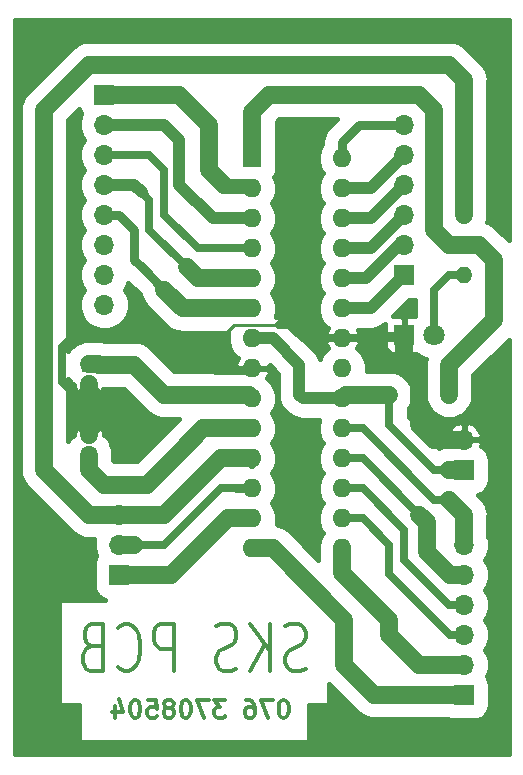
<source format=gbr>
%TF.GenerationSoftware,KiCad,Pcbnew,5.99.0+really5.1.10+dfsg1-1*%
%TF.CreationDate,2021-11-28T15:47:42+05:30*%
%TF.ProjectId,atmega 08,61746d65-6761-4203-9038-2e6b69636164,rev?*%
%TF.SameCoordinates,Original*%
%TF.FileFunction,Copper,L2,Bot*%
%TF.FilePolarity,Positive*%
%FSLAX46Y46*%
G04 Gerber Fmt 4.6, Leading zero omitted, Abs format (unit mm)*
G04 Created by KiCad (PCBNEW 5.99.0+really5.1.10+dfsg1-1) date 2021-11-28 15:47:42*
%MOMM*%
%LPD*%
G01*
G04 APERTURE LIST*
%TA.AperFunction,NonConductor*%
%ADD10C,0.300000*%
%TD*%
%TA.AperFunction,ComponentPad*%
%ADD11O,1.700000X1.700000*%
%TD*%
%TA.AperFunction,ComponentPad*%
%ADD12R,1.700000X1.700000*%
%TD*%
%TA.AperFunction,ComponentPad*%
%ADD13R,1.200000X1.200000*%
%TD*%
%TA.AperFunction,ComponentPad*%
%ADD14C,1.200000*%
%TD*%
%TA.AperFunction,ComponentPad*%
%ADD15R,1.800000X1.800000*%
%TD*%
%TA.AperFunction,ComponentPad*%
%ADD16C,1.800000*%
%TD*%
%TA.AperFunction,ComponentPad*%
%ADD17C,1.400000*%
%TD*%
%TA.AperFunction,ComponentPad*%
%ADD18O,1.400000X1.400000*%
%TD*%
%TA.AperFunction,ComponentPad*%
%ADD19R,1.600000X1.600000*%
%TD*%
%TA.AperFunction,ComponentPad*%
%ADD20O,1.600000X1.600000*%
%TD*%
%TA.AperFunction,ComponentPad*%
%ADD21C,1.500000*%
%TD*%
%TA.AperFunction,Conductor*%
%ADD22C,1.500000*%
%TD*%
%TA.AperFunction,Conductor*%
%ADD23C,0.700000*%
%TD*%
%TA.AperFunction,Conductor*%
%ADD24C,0.250000*%
%TD*%
%TA.AperFunction,Conductor*%
%ADD25C,0.800000*%
%TD*%
%TA.AperFunction,Conductor*%
%ADD26C,1.000000*%
%TD*%
%TA.AperFunction,Conductor*%
%ADD27C,0.400000*%
%TD*%
%TA.AperFunction,Conductor*%
%ADD28C,0.100000*%
%TD*%
G04 APERTURE END LIST*
D10*
X134642857Y-100778571D02*
X134500000Y-100778571D01*
X134357142Y-100850000D01*
X134285714Y-100921428D01*
X134214285Y-101064285D01*
X134142857Y-101350000D01*
X134142857Y-101707142D01*
X134214285Y-101992857D01*
X134285714Y-102135714D01*
X134357142Y-102207142D01*
X134500000Y-102278571D01*
X134642857Y-102278571D01*
X134785714Y-102207142D01*
X134857142Y-102135714D01*
X134928571Y-101992857D01*
X135000000Y-101707142D01*
X135000000Y-101350000D01*
X134928571Y-101064285D01*
X134857142Y-100921428D01*
X134785714Y-100850000D01*
X134642857Y-100778571D01*
X133642857Y-100778571D02*
X132642857Y-100778571D01*
X133285714Y-102278571D01*
X131428571Y-100778571D02*
X131714285Y-100778571D01*
X131857142Y-100850000D01*
X131928571Y-100921428D01*
X132071428Y-101135714D01*
X132142857Y-101421428D01*
X132142857Y-101992857D01*
X132071428Y-102135714D01*
X132000000Y-102207142D01*
X131857142Y-102278571D01*
X131571428Y-102278571D01*
X131428571Y-102207142D01*
X131357142Y-102135714D01*
X131285714Y-101992857D01*
X131285714Y-101635714D01*
X131357142Y-101492857D01*
X131428571Y-101421428D01*
X131571428Y-101350000D01*
X131857142Y-101350000D01*
X132000000Y-101421428D01*
X132071428Y-101492857D01*
X132142857Y-101635714D01*
X129642857Y-100778571D02*
X128714285Y-100778571D01*
X129214285Y-101350000D01*
X129000000Y-101350000D01*
X128857142Y-101421428D01*
X128785714Y-101492857D01*
X128714285Y-101635714D01*
X128714285Y-101992857D01*
X128785714Y-102135714D01*
X128857142Y-102207142D01*
X129000000Y-102278571D01*
X129428571Y-102278571D01*
X129571428Y-102207142D01*
X129642857Y-102135714D01*
X128214285Y-100778571D02*
X127214285Y-100778571D01*
X127857142Y-102278571D01*
X126357142Y-100778571D02*
X126214285Y-100778571D01*
X126071428Y-100850000D01*
X126000000Y-100921428D01*
X125928571Y-101064285D01*
X125857142Y-101350000D01*
X125857142Y-101707142D01*
X125928571Y-101992857D01*
X126000000Y-102135714D01*
X126071428Y-102207142D01*
X126214285Y-102278571D01*
X126357142Y-102278571D01*
X126500000Y-102207142D01*
X126571428Y-102135714D01*
X126642857Y-101992857D01*
X126714285Y-101707142D01*
X126714285Y-101350000D01*
X126642857Y-101064285D01*
X126571428Y-100921428D01*
X126500000Y-100850000D01*
X126357142Y-100778571D01*
X125000000Y-101421428D02*
X125142857Y-101350000D01*
X125214285Y-101278571D01*
X125285714Y-101135714D01*
X125285714Y-101064285D01*
X125214285Y-100921428D01*
X125142857Y-100850000D01*
X125000000Y-100778571D01*
X124714285Y-100778571D01*
X124571428Y-100850000D01*
X124500000Y-100921428D01*
X124428571Y-101064285D01*
X124428571Y-101135714D01*
X124500000Y-101278571D01*
X124571428Y-101350000D01*
X124714285Y-101421428D01*
X125000000Y-101421428D01*
X125142857Y-101492857D01*
X125214285Y-101564285D01*
X125285714Y-101707142D01*
X125285714Y-101992857D01*
X125214285Y-102135714D01*
X125142857Y-102207142D01*
X125000000Y-102278571D01*
X124714285Y-102278571D01*
X124571428Y-102207142D01*
X124500000Y-102135714D01*
X124428571Y-101992857D01*
X124428571Y-101707142D01*
X124500000Y-101564285D01*
X124571428Y-101492857D01*
X124714285Y-101421428D01*
X123071428Y-100778571D02*
X123785714Y-100778571D01*
X123857142Y-101492857D01*
X123785714Y-101421428D01*
X123642857Y-101350000D01*
X123285714Y-101350000D01*
X123142857Y-101421428D01*
X123071428Y-101492857D01*
X123000000Y-101635714D01*
X123000000Y-101992857D01*
X123071428Y-102135714D01*
X123142857Y-102207142D01*
X123285714Y-102278571D01*
X123642857Y-102278571D01*
X123785714Y-102207142D01*
X123857142Y-102135714D01*
X122071428Y-100778571D02*
X121928571Y-100778571D01*
X121785714Y-100850000D01*
X121714285Y-100921428D01*
X121642857Y-101064285D01*
X121571428Y-101350000D01*
X121571428Y-101707142D01*
X121642857Y-101992857D01*
X121714285Y-102135714D01*
X121785714Y-102207142D01*
X121928571Y-102278571D01*
X122071428Y-102278571D01*
X122214285Y-102207142D01*
X122285714Y-102135714D01*
X122357142Y-101992857D01*
X122428571Y-101707142D01*
X122428571Y-101350000D01*
X122357142Y-101064285D01*
X122285714Y-100921428D01*
X122214285Y-100850000D01*
X122071428Y-100778571D01*
X120285714Y-101278571D02*
X120285714Y-102278571D01*
X120642857Y-100707142D02*
X121000000Y-101778571D01*
X120071428Y-101778571D01*
X136428571Y-98139047D02*
X136000000Y-98329523D01*
X135285714Y-98329523D01*
X135000000Y-98139047D01*
X134857142Y-97948571D01*
X134714285Y-97567619D01*
X134714285Y-97186666D01*
X134857142Y-96805714D01*
X135000000Y-96615238D01*
X135285714Y-96424761D01*
X135857142Y-96234285D01*
X136142857Y-96043809D01*
X136285714Y-95853333D01*
X136428571Y-95472380D01*
X136428571Y-95091428D01*
X136285714Y-94710476D01*
X136142857Y-94520000D01*
X135857142Y-94329523D01*
X135142857Y-94329523D01*
X134714285Y-94520000D01*
X133428571Y-98329523D02*
X133428571Y-94329523D01*
X131714285Y-98329523D02*
X133000000Y-96043809D01*
X131714285Y-94329523D02*
X133428571Y-96615238D01*
X130571428Y-98139047D02*
X130142857Y-98329523D01*
X129428571Y-98329523D01*
X129142857Y-98139047D01*
X129000000Y-97948571D01*
X128857142Y-97567619D01*
X128857142Y-97186666D01*
X129000000Y-96805714D01*
X129142857Y-96615238D01*
X129428571Y-96424761D01*
X130000000Y-96234285D01*
X130285714Y-96043809D01*
X130428571Y-95853333D01*
X130571428Y-95472380D01*
X130571428Y-95091428D01*
X130428571Y-94710476D01*
X130285714Y-94520000D01*
X130000000Y-94329523D01*
X129285714Y-94329523D01*
X128857142Y-94520000D01*
X125285714Y-98329523D02*
X125285714Y-94329523D01*
X124142857Y-94329523D01*
X123857142Y-94520000D01*
X123714285Y-94710476D01*
X123571428Y-95091428D01*
X123571428Y-95662857D01*
X123714285Y-96043809D01*
X123857142Y-96234285D01*
X124142857Y-96424761D01*
X125285714Y-96424761D01*
X120571428Y-97948571D02*
X120714285Y-98139047D01*
X121142857Y-98329523D01*
X121428571Y-98329523D01*
X121857142Y-98139047D01*
X122142857Y-97758095D01*
X122285714Y-97377142D01*
X122428571Y-96615238D01*
X122428571Y-96043809D01*
X122285714Y-95281904D01*
X122142857Y-94900952D01*
X121857142Y-94520000D01*
X121428571Y-94329523D01*
X121142857Y-94329523D01*
X120714285Y-94520000D01*
X120571428Y-94710476D01*
X118285714Y-96234285D02*
X117857142Y-96424761D01*
X117714285Y-96615238D01*
X117571428Y-96996190D01*
X117571428Y-97567619D01*
X117714285Y-97948571D01*
X117857142Y-98139047D01*
X118142857Y-98329523D01*
X119285714Y-98329523D01*
X119285714Y-94329523D01*
X118285714Y-94329523D01*
X118000000Y-94520000D01*
X117857142Y-94710476D01*
X117714285Y-95091428D01*
X117714285Y-95472380D01*
X117857142Y-95853333D01*
X118000000Y-96043809D01*
X118285714Y-96234285D01*
X119285714Y-96234285D01*
D11*
%TO.P,J5,2*%
%TO.N,GND*%
X149860000Y-78740000D03*
D12*
%TO.P,J5,1*%
%TO.N,+5V*%
X149860000Y-81280000D03*
%TD*%
%TO.P,J4,1*%
%TO.N,Net-(J4-Pad1)*%
X120650000Y-90170000D03*
D11*
%TO.P,J4,2*%
%TO.N,Net-(J4-Pad2)*%
X120650000Y-87630000D03*
%TO.P,J4,3*%
%TO.N,Net-(J4-Pad3)*%
X120650000Y-85090000D03*
%TD*%
D13*
%TO.P,C1,1*%
%TO.N,Net-(C1-Pad1)*%
X118110000Y-72390000D03*
D14*
%TO.P,C1,2*%
%TO.N,GND*%
X118110000Y-73890000D03*
%TD*%
%TO.P,C2,2*%
%TO.N,GND*%
X118110000Y-78510000D03*
D13*
%TO.P,C2,1*%
%TO.N,Net-(C2-Pad1)*%
X118110000Y-80010000D03*
%TD*%
D15*
%TO.P,D1,1*%
%TO.N,GND*%
X144780000Y-69850000D03*
D16*
%TO.P,D1,2*%
%TO.N,Net-(D1-Pad2)*%
X147320000Y-69850000D03*
%TD*%
D12*
%TO.P,J1,1*%
%TO.N,Net-(J1-Pad1)*%
X149860000Y-100330000D03*
D11*
%TO.P,J1,2*%
%TO.N,Net-(J1-Pad2)*%
X149860000Y-97790000D03*
%TO.P,J1,3*%
%TO.N,Net-(J1-Pad3)*%
X149860000Y-95250000D03*
%TO.P,J1,4*%
%TO.N,Net-(J1-Pad4)*%
X149860000Y-92710000D03*
%TO.P,J1,5*%
%TO.N,Net-(J1-Pad5)*%
X149860000Y-90170000D03*
%TO.P,J1,6*%
%TO.N,Net-(J1-Pad6)*%
X149860000Y-87630000D03*
%TD*%
%TO.P,J2,6*%
%TO.N,Net-(J2-Pad6)*%
X144780000Y-52070000D03*
%TO.P,J2,5*%
%TO.N,Net-(J2-Pad5)*%
X144780000Y-54610000D03*
%TO.P,J2,4*%
%TO.N,Net-(J2-Pad4)*%
X144780000Y-57150000D03*
%TO.P,J2,3*%
%TO.N,Net-(J2-Pad3)*%
X144780000Y-59690000D03*
%TO.P,J2,2*%
%TO.N,Net-(J2-Pad2)*%
X144780000Y-62230000D03*
D12*
%TO.P,J2,1*%
%TO.N,Net-(J2-Pad1)*%
X144780000Y-64770000D03*
%TD*%
%TO.P,J3,1*%
%TO.N,Net-(J3-Pad1)*%
X119380000Y-49530000D03*
D11*
%TO.P,J3,2*%
%TO.N,Net-(J3-Pad2)*%
X119380000Y-52070000D03*
%TO.P,J3,3*%
%TO.N,Net-(J3-Pad3)*%
X119380000Y-54610000D03*
%TO.P,J3,4*%
%TO.N,Net-(J3-Pad4)*%
X119380000Y-57150000D03*
%TO.P,J3,5*%
%TO.N,Net-(J3-Pad5)*%
X119380000Y-59690000D03*
%TO.P,J3,6*%
%TO.N,Net-(J3-Pad6)*%
X119380000Y-62230000D03*
%TO.P,J3,7*%
%TO.N,Net-(J3-Pad7)*%
X119380000Y-64770000D03*
%TO.P,J3,8*%
%TO.N,Net-(J3-Pad8)*%
X119380000Y-67310000D03*
%TD*%
D17*
%TO.P,R1,1*%
%TO.N,+5V*%
X143510000Y-74930000D03*
D18*
%TO.P,R1,2*%
%TO.N,Net-(R1-Pad2)*%
X148590000Y-74930000D03*
%TD*%
%TO.P,R2,2*%
%TO.N,Net-(D1-Pad2)*%
X149860000Y-64770000D03*
D17*
%TO.P,R2,1*%
%TO.N,Net-(J4-Pad3)*%
X149860000Y-59690000D03*
%TD*%
D19*
%TO.P,U1,1*%
%TO.N,Net-(R1-Pad2)*%
X131935001Y-54915001D03*
D20*
%TO.P,U1,15*%
%TO.N,Net-(J1-Pad2)*%
X139555001Y-87935001D03*
%TO.P,U1,2*%
%TO.N,Net-(J3-Pad1)*%
X131935001Y-57455001D03*
%TO.P,U1,16*%
%TO.N,Net-(J1-Pad3)*%
X139555001Y-85395001D03*
%TO.P,U1,3*%
%TO.N,Net-(J3-Pad2)*%
X131935001Y-59995001D03*
%TO.P,U1,17*%
%TO.N,Net-(J1-Pad4)*%
X139555001Y-82855001D03*
%TO.P,U1,4*%
%TO.N,Net-(J3-Pad3)*%
X131935001Y-62535001D03*
%TO.P,U1,18*%
%TO.N,Net-(J1-Pad5)*%
X139555001Y-80315001D03*
%TO.P,U1,5*%
%TO.N,Net-(J3-Pad4)*%
X131935001Y-65075001D03*
%TO.P,U1,19*%
%TO.N,Net-(J1-Pad6)*%
X139555001Y-77775001D03*
%TO.P,U1,6*%
%TO.N,Net-(J3-Pad5)*%
X131935001Y-67615001D03*
%TO.P,U1,20*%
%TO.N,+5V*%
X139555001Y-75235001D03*
%TO.P,U1,7*%
X131935001Y-70155001D03*
%TO.P,U1,21*%
%TO.N,Net-(U1-Pad21)*%
X139555001Y-72695001D03*
%TO.P,U1,8*%
%TO.N,GND*%
X131935001Y-72695001D03*
%TO.P,U1,22*%
X139555001Y-70155001D03*
%TO.P,U1,9*%
%TO.N,Net-(C1-Pad1)*%
X131935001Y-75235001D03*
%TO.P,U1,23*%
%TO.N,Net-(J2-Pad1)*%
X139555001Y-67615001D03*
%TO.P,U1,10*%
%TO.N,Net-(C2-Pad1)*%
X131935001Y-77775001D03*
%TO.P,U1,24*%
%TO.N,Net-(J2-Pad2)*%
X139555001Y-65075001D03*
%TO.P,U1,11*%
%TO.N,Net-(J4-Pad3)*%
X131935001Y-80315001D03*
%TO.P,U1,25*%
%TO.N,Net-(J2-Pad3)*%
X139555001Y-62535001D03*
%TO.P,U1,12*%
%TO.N,Net-(J4-Pad2)*%
X131935001Y-82855001D03*
%TO.P,U1,26*%
%TO.N,Net-(J2-Pad4)*%
X139555001Y-59995001D03*
%TO.P,U1,13*%
%TO.N,Net-(J4-Pad1)*%
X131935001Y-85395001D03*
%TO.P,U1,27*%
%TO.N,Net-(J2-Pad5)*%
X139555001Y-57455001D03*
%TO.P,U1,14*%
%TO.N,Net-(J1-Pad1)*%
X131935001Y-87935001D03*
%TO.P,U1,28*%
%TO.N,Net-(J2-Pad6)*%
X139555001Y-54915001D03*
%TD*%
D21*
%TO.P,Y1,1*%
%TO.N,Net-(C1-Pad1)*%
X125730000Y-74930000D03*
%TO.P,Y1,2*%
%TO.N,Net-(C2-Pad1)*%
X125730000Y-79830000D03*
%TD*%
D22*
%TO.N,Net-(C1-Pad1)*%
X131630000Y-74930000D02*
X131935001Y-75235001D01*
X125730000Y-74930000D02*
X131630000Y-74930000D01*
X124460000Y-74930000D02*
X121920000Y-72390000D01*
X125730000Y-74930000D02*
X124460000Y-74930000D01*
D23*
X118110000Y-72390000D02*
X121920000Y-72390000D01*
D22*
X118854001Y-72339999D02*
X118110000Y-72339999D01*
X118904002Y-72390000D02*
X118854001Y-72339999D01*
X121920000Y-72390000D02*
X118904002Y-72390000D01*
D23*
%TO.N,GND*%
X144474999Y-70155001D02*
X144780000Y-69850000D01*
X139555001Y-70155001D02*
X144474999Y-70155001D01*
D24*
X131630000Y-72390000D02*
X131935001Y-72695001D01*
X115570000Y-72198528D02*
X115570000Y-71120000D01*
X115570000Y-71120000D02*
X116840000Y-69850000D01*
D23*
X118110000Y-73890000D02*
X118110000Y-76200000D01*
X115795000Y-70895000D02*
X116840000Y-69850000D01*
X115795000Y-73885000D02*
X115795000Y-70895000D01*
X118110000Y-76200000D02*
X115795000Y-73885000D01*
X131689992Y-72940010D02*
X131935001Y-72695001D01*
X125730000Y-69850000D02*
X116840000Y-69850000D01*
X136195001Y-70155001D02*
X135070000Y-69030000D01*
X139555001Y-70155001D02*
X136195001Y-70155001D01*
X135070000Y-69030000D02*
X134170000Y-69030000D01*
D24*
X134170000Y-69030000D02*
X130360000Y-69030000D01*
D23*
X129540000Y-72390000D02*
X128989990Y-72940010D01*
X128989990Y-72940010D02*
X131689992Y-72940010D01*
X128820010Y-72940010D02*
X128989990Y-72940010D01*
X127000000Y-69850000D02*
X129540000Y-69850000D01*
X128270000Y-71120000D02*
X128270000Y-69850000D01*
X128270000Y-69850000D02*
X129540000Y-69850000D01*
X127000000Y-71120000D02*
X127635000Y-70485000D01*
X127000000Y-69850000D02*
X127635000Y-70485000D01*
X127000000Y-69850000D02*
X129540000Y-72390000D01*
X128270000Y-71120000D02*
X127000000Y-71120000D01*
X127000000Y-69850000D02*
X127000000Y-71120000D01*
X128270000Y-69850000D02*
X127635000Y-70485000D01*
X125730000Y-69850000D02*
X127000000Y-69850000D01*
X129540000Y-69850000D02*
X129540000Y-71120000D01*
X128270000Y-71120000D02*
X129540000Y-71120000D01*
X129540000Y-71120000D02*
X128905000Y-70485000D01*
X128905000Y-70485000D02*
X128270000Y-71120000D01*
X129540000Y-69850000D02*
X128905000Y-70485000D01*
X128270000Y-69850000D02*
X128905000Y-70485000D01*
X129540000Y-72390000D02*
X129540000Y-71120000D01*
X128270000Y-71120000D02*
X127635000Y-71755000D01*
X127635000Y-71755000D02*
X127000000Y-71120000D01*
X128270000Y-72390000D02*
X127635000Y-71755000D01*
X128270000Y-71120000D02*
X128270000Y-72390000D01*
X129540000Y-71120000D02*
X128905000Y-71755000D01*
X128905000Y-71755000D02*
X128270000Y-71120000D01*
X129540000Y-72390000D02*
X128905000Y-71755000D01*
X129540000Y-72390000D02*
X128270000Y-72390000D01*
X127635000Y-70485000D02*
X126365000Y-70485000D01*
X128270000Y-71120000D02*
X127635000Y-70485000D01*
X126365000Y-70485000D02*
X128820010Y-72940010D01*
X125730000Y-69850000D02*
X126365000Y-70485000D01*
X128905000Y-71755000D02*
X128270000Y-72390000D01*
X129540000Y-69850000D02*
X129540000Y-72390000D01*
X129540000Y-72390000D02*
X128270000Y-71120000D01*
D22*
X118110000Y-77470000D02*
X118110000Y-74040009D01*
D23*
X118110000Y-76200000D02*
X118110000Y-77470000D01*
X118110000Y-77470000D02*
X118110000Y-78510000D01*
D22*
X118110000Y-77470000D02*
X118110000Y-78359991D01*
D24*
X130360000Y-69030000D02*
X129540000Y-69850000D01*
D22*
X149860000Y-78740000D02*
X147320000Y-78740000D01*
X147320000Y-78740000D02*
X146050000Y-77470000D01*
X146050000Y-73660000D02*
X144780000Y-72390000D01*
X146050000Y-77470000D02*
X146050000Y-73660000D01*
X144780000Y-72390000D02*
X144780000Y-69850000D01*
D23*
%TO.N,Net-(C2-Pad1)*%
X118110000Y-80010000D02*
X118110000Y-81280000D01*
D22*
X127784999Y-77775001D02*
X125730000Y-79830000D01*
X131935001Y-77775001D02*
X127784999Y-77775001D01*
X125730000Y-79830000D02*
X123100000Y-82460000D01*
D23*
X123010000Y-82550000D02*
X123100000Y-82460000D01*
D22*
X123010000Y-82550000D02*
X119380000Y-82550000D01*
X119380000Y-82550000D02*
X118110000Y-81280000D01*
X118110000Y-81280000D02*
X118110000Y-80060001D01*
D23*
%TO.N,Net-(D1-Pad2)*%
X147320000Y-69850000D02*
X147320000Y-66040000D01*
X147320000Y-66040000D02*
X148590000Y-64770000D01*
X148590000Y-64770000D02*
X149860000Y-64770000D01*
D22*
%TO.N,Net-(J1-Pad1)*%
X133655001Y-87935001D02*
X139700000Y-93980000D01*
X139700000Y-97790000D02*
X142240000Y-100330000D01*
X139700000Y-93980000D02*
X139700000Y-97790000D01*
X142240000Y-100330000D02*
X149860000Y-100330000D01*
X133655001Y-87935001D02*
X131935001Y-87935001D01*
%TO.N,Net-(J1-Pad2)*%
X146050000Y-97790000D02*
X149860000Y-97790000D01*
X143510000Y-95250000D02*
X146050000Y-97790000D01*
X143510000Y-93980000D02*
X143510000Y-95250000D01*
X139555001Y-90025001D02*
X143510000Y-93980000D01*
X139555001Y-87935001D02*
X139555001Y-90025001D01*
D23*
%TO.N,Net-(J1-Pad3)*%
X148657919Y-95250000D02*
X143510000Y-90102081D01*
X149860000Y-95250000D02*
X148657919Y-95250000D01*
X143510000Y-90102081D02*
X143510000Y-87630000D01*
X143510000Y-87630000D02*
X141275001Y-85395001D01*
X141275001Y-85395001D02*
X139555001Y-85395001D01*
%TO.N,Net-(J1-Pad4)*%
X144780000Y-86360000D02*
X141275001Y-82855001D01*
X141275001Y-82855001D02*
X139555001Y-82855001D01*
X144780000Y-88900000D02*
X144780000Y-86360000D01*
X148590000Y-92710000D02*
X144780000Y-88900000D01*
X149860000Y-92710000D02*
X148590000Y-92710000D01*
%TO.N,Net-(J1-Pad5)*%
X139555001Y-80315001D02*
X141275001Y-80315001D01*
D22*
X146685000Y-88197081D02*
X146685000Y-85725000D01*
X148657919Y-90170000D02*
X146685000Y-88197081D01*
X149860000Y-90170000D02*
X148657919Y-90170000D01*
X146685000Y-85725000D02*
X146050000Y-85090000D01*
D23*
X141275001Y-80315001D02*
X146050000Y-85090000D01*
%TO.N,Net-(J1-Pad6)*%
X141275001Y-77775001D02*
X139555001Y-77775001D01*
X147320000Y-83820000D02*
X141275001Y-77775001D01*
X148590000Y-83820000D02*
X147320000Y-83820000D01*
D22*
X149860000Y-85090000D02*
X148590000Y-83820000D01*
X149860000Y-87630000D02*
X149860000Y-85090000D01*
D25*
%TO.N,Net-(J2-Pad6)*%
X139555001Y-54915001D02*
X139555001Y-53484999D01*
X140970000Y-52070000D02*
X144780000Y-52070000D01*
X139555001Y-53484999D02*
X140970000Y-52070000D01*
D26*
%TO.N,Net-(J2-Pad5)*%
X141934999Y-57455001D02*
X144780000Y-54610000D01*
X139555001Y-57455001D02*
X141934999Y-57455001D01*
%TO.N,Net-(J2-Pad4)*%
X141934999Y-59995001D02*
X144780000Y-57150000D01*
X139555001Y-59995001D02*
X141934999Y-59995001D01*
%TO.N,Net-(J2-Pad3)*%
X141934999Y-62535001D02*
X144780000Y-59690000D01*
X139555001Y-62535001D02*
X141934999Y-62535001D01*
%TO.N,Net-(J2-Pad2)*%
X144359998Y-62230000D02*
X144780000Y-62230000D01*
X141514997Y-65075001D02*
X144359998Y-62230000D01*
X139555001Y-65075001D02*
X141514997Y-65075001D01*
%TO.N,Net-(J2-Pad1)*%
X141934999Y-67615001D02*
X144780000Y-64770000D01*
X139555001Y-67615001D02*
X141934999Y-67615001D01*
D23*
%TO.N,Net-(J3-Pad1)*%
X129540000Y-57150000D02*
X129845001Y-57455001D01*
D26*
X129845001Y-57455001D02*
X128270000Y-55880000D01*
X131935001Y-57455001D02*
X129845001Y-57455001D01*
D22*
X125730000Y-49530000D02*
X128270000Y-52070000D01*
X119380000Y-49530000D02*
X125730000Y-49530000D01*
X128270000Y-55880000D02*
X129540000Y-57150000D01*
X128270000Y-52070000D02*
X128270000Y-55880000D01*
D26*
X129540000Y-57150000D02*
X131630000Y-57150000D01*
X131630000Y-57150000D02*
X131935001Y-57455001D01*
%TO.N,Net-(J3-Pad2)*%
X125730000Y-53340000D02*
X124460000Y-52070000D01*
X125730000Y-57150000D02*
X125730000Y-53340000D01*
X124460000Y-52070000D02*
X119380000Y-52070000D01*
X128575001Y-59995001D02*
X125730000Y-57150000D01*
X131935001Y-59995001D02*
X128575001Y-59995001D01*
D23*
%TO.N,Net-(J3-Pad3)*%
X119380000Y-54610000D02*
X123190000Y-54610000D01*
X123190000Y-54610000D02*
X124460000Y-55880000D01*
X124460000Y-55880000D02*
X124460000Y-59690000D01*
X127305001Y-62535001D02*
X131935001Y-62535001D01*
X124460000Y-59690000D02*
X127305001Y-62535001D01*
D26*
%TO.N,Net-(J3-Pad4)*%
X119380000Y-57150000D02*
X121920000Y-57150000D01*
D23*
X123190000Y-58420000D02*
X123190000Y-60960000D01*
X123190000Y-58420000D02*
X122555000Y-57785000D01*
D26*
X121920000Y-57150000D02*
X122555000Y-57785000D01*
D22*
X131935001Y-65075001D02*
X127305001Y-65075001D01*
X127305001Y-65075001D02*
X126365000Y-64135000D01*
D23*
X123190000Y-60960000D02*
X126365000Y-64135000D01*
D25*
%TO.N,Net-(J3-Pad5)*%
X120650000Y-59690000D02*
X121920000Y-60960000D01*
X119380000Y-59690000D02*
X120650000Y-59690000D01*
X121920000Y-60960000D02*
X121920000Y-63500000D01*
D26*
X131935001Y-67615001D02*
X130504999Y-67615001D01*
D23*
X126035001Y-67615001D02*
X122555000Y-64135000D01*
D25*
X121920000Y-63500000D02*
X122555000Y-64135000D01*
D22*
X126035001Y-67615001D02*
X125730000Y-67310000D01*
X130504999Y-67615001D02*
X126035001Y-67615001D01*
X131935001Y-67615001D02*
X126035001Y-67615001D01*
X126035001Y-67615001D02*
X124460000Y-66040000D01*
D25*
X124460000Y-66040000D02*
X125730000Y-67310000D01*
X122555000Y-64135000D02*
X124460000Y-66040000D01*
%TO.N,Net-(J4-Pad1)*%
X130504999Y-85395001D02*
X131935001Y-85395001D01*
D22*
X125070002Y-90170000D02*
X129845001Y-85395001D01*
X120650000Y-90170000D02*
X125070002Y-90170000D01*
D23*
X130504999Y-85395001D02*
X129845001Y-85395001D01*
D22*
X129845001Y-85395001D02*
X131935001Y-85395001D01*
%TO.N,+5V*%
X139860002Y-74930000D02*
X139555001Y-75235001D01*
X143510000Y-74930000D02*
X139860002Y-74930000D01*
D26*
X139555001Y-75235001D02*
X136195001Y-75235001D01*
X136195001Y-75235001D02*
X135890000Y-74930000D01*
X135890000Y-74930000D02*
X135890000Y-72390000D01*
X133655001Y-70155001D02*
X131935001Y-70155001D01*
X135890000Y-72390000D02*
X133655001Y-70155001D01*
D23*
X149860000Y-81280000D02*
X147320000Y-81280000D01*
X143510000Y-77470000D02*
X143510000Y-74930000D01*
X147320000Y-81280000D02*
X143510000Y-77470000D01*
D22*
X149860000Y-81280000D02*
X148590000Y-81280000D01*
%TO.N,Net-(R1-Pad2)*%
X146050000Y-49530000D02*
X133350000Y-49530000D01*
X131935001Y-50944999D02*
X131935001Y-54915001D01*
X133350000Y-49530000D02*
X131935001Y-50944999D01*
X147320000Y-50800000D02*
X146050000Y-49530000D01*
X148590000Y-62230000D02*
X147320000Y-60960000D01*
X151130000Y-62230000D02*
X148590000Y-62230000D01*
X147320000Y-60960000D02*
X147320000Y-50800000D01*
X148590000Y-74930000D02*
X148590000Y-72390000D01*
X148590000Y-72390000D02*
X152400000Y-68580000D01*
X152400000Y-68580000D02*
X152400000Y-63500000D01*
X152400000Y-63500000D02*
X151130000Y-62230000D01*
D23*
%TO.N,Net-(J4-Pad2)*%
X129234999Y-82855001D02*
X131115001Y-82855001D01*
X124460000Y-87630000D02*
X129234999Y-82855001D01*
D25*
X131115001Y-82855001D02*
X131935001Y-82855001D01*
X130504999Y-82855001D02*
X131115001Y-82855001D01*
D22*
X120650000Y-87630000D02*
X121920000Y-87630000D01*
D23*
X121920000Y-87630000D02*
X124460000Y-87630000D01*
%TO.N,Net-(J4-Pad3)*%
X131935001Y-80856999D02*
X131935001Y-80315001D01*
D25*
X130504999Y-80315001D02*
X131935001Y-80315001D01*
D23*
X129234999Y-80315001D02*
X130504999Y-80315001D01*
D22*
X131935001Y-80315001D02*
X129234999Y-80315001D01*
X124460000Y-85090000D02*
X120650000Y-85090000D01*
X129234999Y-80315001D02*
X124460000Y-85090000D01*
X114300000Y-50800000D02*
X118110000Y-46990000D01*
X114300000Y-81280000D02*
X114300000Y-50800000D01*
X118110000Y-85090000D02*
X114300000Y-81280000D01*
X120650000Y-85090000D02*
X118110000Y-85090000D01*
X118110000Y-46990000D02*
X148590000Y-46990000D01*
X149860000Y-48260000D02*
X149860000Y-59690000D01*
X148590000Y-46990000D02*
X149860000Y-48260000D01*
%TD*%
D27*
%TO.N,GND*%
X153615000Y-61815864D02*
X152650792Y-60851655D01*
X152586583Y-60773417D01*
X152274430Y-60517240D01*
X151918297Y-60326883D01*
X151818254Y-60296535D01*
X151880338Y-60091870D01*
X151910000Y-59790709D01*
X151910000Y-48360708D01*
X151919919Y-48259999D01*
X151880338Y-47858129D01*
X151810190Y-47626883D01*
X151763117Y-47471703D01*
X151572760Y-47115570D01*
X151316583Y-46803417D01*
X151238349Y-46739212D01*
X150110792Y-45611655D01*
X150046583Y-45533417D01*
X149734430Y-45277240D01*
X149378297Y-45086883D01*
X148991870Y-44969662D01*
X148690709Y-44940000D01*
X148690708Y-44940000D01*
X148590000Y-44930081D01*
X148489292Y-44940000D01*
X118210709Y-44940000D01*
X118110000Y-44930081D01*
X118009291Y-44940000D01*
X117708130Y-44969662D01*
X117321703Y-45086883D01*
X116965570Y-45277240D01*
X116653417Y-45533417D01*
X116589217Y-45611645D01*
X112921651Y-49279213D01*
X112843418Y-49343417D01*
X112587241Y-49655570D01*
X112509737Y-49800570D01*
X112396883Y-50011704D01*
X112279662Y-50398131D01*
X112240081Y-50800000D01*
X112250001Y-50900718D01*
X112250000Y-81179292D01*
X112240081Y-81280000D01*
X112250000Y-81380708D01*
X112279662Y-81681869D01*
X112396883Y-82068296D01*
X112587240Y-82424430D01*
X112843417Y-82736583D01*
X112921656Y-82800792D01*
X116589217Y-86468355D01*
X116653417Y-86546583D01*
X116965570Y-86802760D01*
X117284432Y-86973195D01*
X117321703Y-86993117D01*
X117708130Y-87110338D01*
X118110000Y-87149919D01*
X118210709Y-87140000D01*
X118555346Y-87140000D01*
X118500000Y-87418243D01*
X118500000Y-87841757D01*
X118582623Y-88257132D01*
X118719448Y-88587455D01*
X118713860Y-88594264D01*
X118593145Y-88820104D01*
X118518810Y-89065155D01*
X118493710Y-89320000D01*
X118493710Y-91020000D01*
X118518810Y-91274845D01*
X118593145Y-91519896D01*
X118713860Y-91745736D01*
X118876313Y-91943687D01*
X119074264Y-92106140D01*
X119300104Y-92226855D01*
X119425852Y-92265000D01*
X115550000Y-92265000D01*
X115550000Y-101165000D01*
X117264286Y-101165000D01*
X117264286Y-104295000D01*
X136735715Y-104295000D01*
X136735715Y-101165000D01*
X138450000Y-101165000D01*
X138450000Y-99439136D01*
X140719217Y-101708355D01*
X140783417Y-101786583D01*
X141095570Y-102042760D01*
X141451703Y-102233117D01*
X141720908Y-102314779D01*
X141838129Y-102350338D01*
X142239999Y-102389919D01*
X142340708Y-102380000D01*
X148497279Y-102380000D01*
X148510104Y-102386855D01*
X148755155Y-102461190D01*
X149010000Y-102486290D01*
X150710000Y-102486290D01*
X150964845Y-102461190D01*
X151209896Y-102386855D01*
X151435736Y-102266140D01*
X151633687Y-102103687D01*
X151796140Y-101905736D01*
X151916855Y-101679896D01*
X151991190Y-101434845D01*
X152016290Y-101180000D01*
X152016290Y-99480000D01*
X151991190Y-99225155D01*
X151916855Y-98980104D01*
X151796140Y-98754264D01*
X151790552Y-98747455D01*
X151927377Y-98417132D01*
X152010000Y-98001757D01*
X152010000Y-97578243D01*
X151927377Y-97162868D01*
X151765305Y-96771593D01*
X151597196Y-96520000D01*
X151765305Y-96268407D01*
X151927377Y-95877132D01*
X152010000Y-95461757D01*
X152010000Y-95038243D01*
X151927377Y-94622868D01*
X151765305Y-94231593D01*
X151597196Y-93980000D01*
X151765305Y-93728407D01*
X151927377Y-93337132D01*
X152010000Y-92921757D01*
X152010000Y-92498243D01*
X151927377Y-92082868D01*
X151765305Y-91691593D01*
X151597196Y-91440000D01*
X151765305Y-91188407D01*
X151927377Y-90797132D01*
X152010000Y-90381757D01*
X152010000Y-89958243D01*
X151927377Y-89542868D01*
X151765305Y-89151593D01*
X151597196Y-88900000D01*
X151765305Y-88648407D01*
X151927377Y-88257132D01*
X152010000Y-87841757D01*
X152010000Y-87418243D01*
X151927377Y-87002868D01*
X151910000Y-86960916D01*
X151910000Y-85190708D01*
X151919919Y-85089999D01*
X151880338Y-84688129D01*
X151829312Y-84519919D01*
X151763117Y-84301703D01*
X151572760Y-83945570D01*
X151316583Y-83633417D01*
X151238349Y-83569212D01*
X151053449Y-83384312D01*
X151209896Y-83336855D01*
X151435736Y-83216140D01*
X151633687Y-83053687D01*
X151796140Y-82855736D01*
X151916855Y-82629896D01*
X151991190Y-82384845D01*
X152016290Y-82130000D01*
X152016290Y-80430000D01*
X151991190Y-80175155D01*
X151916855Y-79930104D01*
X151796140Y-79704264D01*
X151633687Y-79506313D01*
X151435736Y-79343860D01*
X151316059Y-79279891D01*
X151386650Y-79050982D01*
X151389446Y-79036914D01*
X151239944Y-78794000D01*
X149914000Y-78794000D01*
X149914000Y-78814000D01*
X149806000Y-78814000D01*
X149806000Y-78794000D01*
X148480056Y-78794000D01*
X148330554Y-79036914D01*
X148333350Y-79050982D01*
X148391525Y-79239629D01*
X148188130Y-79259662D01*
X147801703Y-79376883D01*
X147768228Y-79394776D01*
X146816538Y-78443086D01*
X148330554Y-78443086D01*
X148480056Y-78686000D01*
X149806000Y-78686000D01*
X149806000Y-77359934D01*
X149914000Y-77359934D01*
X149914000Y-78686000D01*
X151239944Y-78686000D01*
X151389446Y-78443086D01*
X151386650Y-78429018D01*
X151296646Y-78137159D01*
X151151433Y-77868467D01*
X150956591Y-77633267D01*
X150719607Y-77440598D01*
X150449589Y-77297865D01*
X150156914Y-77210552D01*
X149914000Y-77359934D01*
X149806000Y-77359934D01*
X149563086Y-77210552D01*
X149270411Y-77297865D01*
X149000393Y-77440598D01*
X148763409Y-77633267D01*
X148568567Y-77868467D01*
X148423354Y-78137159D01*
X148333350Y-78429018D01*
X148330554Y-78443086D01*
X146816538Y-78443086D01*
X145160000Y-76786549D01*
X145160000Y-76150903D01*
X145222760Y-76074430D01*
X145413117Y-75718297D01*
X145530338Y-75331870D01*
X145569919Y-74930000D01*
X145530338Y-74528130D01*
X145413117Y-74141703D01*
X145222760Y-73785570D01*
X144966583Y-73473417D01*
X144654430Y-73217240D01*
X144298297Y-73026883D01*
X143911870Y-72909662D01*
X143610709Y-72880000D01*
X141655001Y-72880000D01*
X141655001Y-72488169D01*
X141574299Y-72082454D01*
X141415997Y-71700278D01*
X141186178Y-71356329D01*
X140893673Y-71063824D01*
X140801652Y-71002338D01*
X140805958Y-70997128D01*
X140939150Y-70750000D01*
X143168574Y-70750000D01*
X143182244Y-70888792D01*
X143222728Y-71022251D01*
X143288471Y-71145247D01*
X143376946Y-71253054D01*
X143484753Y-71341529D01*
X143607749Y-71407272D01*
X143741208Y-71447756D01*
X143880000Y-71461426D01*
X144549000Y-71458000D01*
X144726000Y-71281000D01*
X144726000Y-69904000D01*
X143349000Y-69904000D01*
X143172000Y-70081000D01*
X143168574Y-70750000D01*
X140939150Y-70750000D01*
X140946212Y-70736897D01*
X141033003Y-70454304D01*
X141035032Y-70444088D01*
X140884905Y-70209001D01*
X139609001Y-70209001D01*
X139609001Y-70229001D01*
X139501001Y-70229001D01*
X139501001Y-70209001D01*
X138225097Y-70209001D01*
X138074970Y-70444088D01*
X138076999Y-70454304D01*
X138163790Y-70736897D01*
X138304044Y-70997128D01*
X138308350Y-71002338D01*
X138216329Y-71063824D01*
X137923824Y-71356329D01*
X137694005Y-71700278D01*
X137617672Y-71884563D01*
X137561029Y-71697837D01*
X137393887Y-71385135D01*
X137168950Y-71111050D01*
X137100267Y-71054683D01*
X134990322Y-68944739D01*
X134933951Y-68876051D01*
X134659866Y-68651114D01*
X134347164Y-68483972D01*
X134007863Y-68381046D01*
X133895310Y-68369960D01*
X133954299Y-68227548D01*
X134035001Y-67821833D01*
X134035001Y-67408169D01*
X133954299Y-67002454D01*
X133795997Y-66620278D01*
X133612063Y-66345001D01*
X133795997Y-66069724D01*
X133954299Y-65687548D01*
X134035001Y-65281833D01*
X134035001Y-64868169D01*
X133954299Y-64462454D01*
X133795997Y-64080278D01*
X133612063Y-63805001D01*
X133795997Y-63529724D01*
X133954299Y-63147548D01*
X134035001Y-62741833D01*
X134035001Y-62328169D01*
X133954299Y-61922454D01*
X133795997Y-61540278D01*
X133612063Y-61265001D01*
X133795997Y-60989724D01*
X133954299Y-60607548D01*
X134035001Y-60201833D01*
X134035001Y-59788169D01*
X133954299Y-59382454D01*
X133795997Y-59000278D01*
X133612063Y-58725001D01*
X133795997Y-58449724D01*
X133954299Y-58067548D01*
X134035001Y-57661833D01*
X134035001Y-57248169D01*
X133954299Y-56842454D01*
X133799052Y-56467653D01*
X133821141Y-56440737D01*
X133941856Y-56214897D01*
X134016191Y-55969846D01*
X134041291Y-55715001D01*
X134041291Y-54115001D01*
X134016191Y-53860156D01*
X133985001Y-53757336D01*
X133985001Y-51794136D01*
X134199137Y-51580000D01*
X139055837Y-51580000D01*
X138411962Y-52223875D01*
X138347105Y-52277102D01*
X138293878Y-52341959D01*
X138293869Y-52341968D01*
X138134664Y-52535960D01*
X138013757Y-52762163D01*
X137976808Y-52831290D01*
X137879599Y-53151741D01*
X137855001Y-53401489D01*
X137855001Y-53401499D01*
X137846777Y-53484999D01*
X137855001Y-53568499D01*
X137855001Y-53679330D01*
X137694005Y-53920278D01*
X137535703Y-54302454D01*
X137455001Y-54708169D01*
X137455001Y-55121833D01*
X137535703Y-55527548D01*
X137694005Y-55909724D01*
X137877939Y-56185001D01*
X137694005Y-56460278D01*
X137535703Y-56842454D01*
X137455001Y-57248169D01*
X137455001Y-57661833D01*
X137535703Y-58067548D01*
X137694005Y-58449724D01*
X137877939Y-58725001D01*
X137694005Y-59000278D01*
X137535703Y-59382454D01*
X137455001Y-59788169D01*
X137455001Y-60201833D01*
X137535703Y-60607548D01*
X137694005Y-60989724D01*
X137877939Y-61265001D01*
X137694005Y-61540278D01*
X137535703Y-61922454D01*
X137455001Y-62328169D01*
X137455001Y-62741833D01*
X137535703Y-63147548D01*
X137694005Y-63529724D01*
X137877939Y-63805001D01*
X137694005Y-64080278D01*
X137535703Y-64462454D01*
X137455001Y-64868169D01*
X137455001Y-65281833D01*
X137535703Y-65687548D01*
X137694005Y-66069724D01*
X137877939Y-66345001D01*
X137694005Y-66620278D01*
X137535703Y-67002454D01*
X137455001Y-67408169D01*
X137455001Y-67821833D01*
X137535703Y-68227548D01*
X137694005Y-68609724D01*
X137923824Y-68953673D01*
X138216329Y-69246178D01*
X138308350Y-69307664D01*
X138304044Y-69312874D01*
X138163790Y-69573105D01*
X138076999Y-69855698D01*
X138074970Y-69865914D01*
X138225097Y-70101001D01*
X139501001Y-70101001D01*
X139501001Y-70081001D01*
X139609001Y-70081001D01*
X139609001Y-70101001D01*
X140884905Y-70101001D01*
X141035032Y-69865914D01*
X141033003Y-69855698D01*
X140946212Y-69573105D01*
X140861000Y-69415001D01*
X141846583Y-69415001D01*
X141934999Y-69423709D01*
X142023415Y-69415001D01*
X142023423Y-69415001D01*
X142287861Y-69388956D01*
X142627162Y-69286030D01*
X142939864Y-69118888D01*
X143170590Y-68929535D01*
X143168574Y-68950000D01*
X143172000Y-69619000D01*
X143349000Y-69796000D01*
X144726000Y-69796000D01*
X144726000Y-68419000D01*
X144549000Y-68242000D01*
X143880000Y-68238574D01*
X143854497Y-68241086D01*
X145169294Y-66926290D01*
X145630000Y-66926290D01*
X145670001Y-66922350D01*
X145670000Y-68238625D01*
X145011000Y-68242000D01*
X144834000Y-68419000D01*
X144834000Y-69796000D01*
X144854000Y-69796000D01*
X144854000Y-69904000D01*
X144834000Y-69904000D01*
X144834000Y-71281000D01*
X145011000Y-71458000D01*
X145680000Y-71461426D01*
X145807589Y-71448859D01*
X145917582Y-71558852D01*
X146277909Y-71799615D01*
X146587898Y-71928016D01*
X146569662Y-71988131D01*
X146530081Y-72390000D01*
X146540001Y-72490718D01*
X146540000Y-75030708D01*
X146569662Y-75331869D01*
X146686883Y-75718296D01*
X146877240Y-76074430D01*
X147133417Y-76386583D01*
X147445570Y-76642760D01*
X147801703Y-76833117D01*
X148188130Y-76950338D01*
X148590000Y-76989919D01*
X148991869Y-76950338D01*
X149378296Y-76833117D01*
X149734430Y-76642760D01*
X150046583Y-76386583D01*
X150302760Y-76074430D01*
X150493117Y-75718297D01*
X150610338Y-75331870D01*
X150640000Y-75030709D01*
X150640000Y-73239136D01*
X153615000Y-70264137D01*
X153615001Y-105355000D01*
X111815000Y-105355000D01*
X111815000Y-43235000D01*
X153615000Y-43235000D01*
X153615000Y-61815864D01*
%TA.AperFunction,Conductor*%
D28*
G36*
X153615000Y-61815864D02*
G01*
X152650792Y-60851655D01*
X152586583Y-60773417D01*
X152274430Y-60517240D01*
X151918297Y-60326883D01*
X151818254Y-60296535D01*
X151880338Y-60091870D01*
X151910000Y-59790709D01*
X151910000Y-48360708D01*
X151919919Y-48259999D01*
X151880338Y-47858129D01*
X151810190Y-47626883D01*
X151763117Y-47471703D01*
X151572760Y-47115570D01*
X151316583Y-46803417D01*
X151238349Y-46739212D01*
X150110792Y-45611655D01*
X150046583Y-45533417D01*
X149734430Y-45277240D01*
X149378297Y-45086883D01*
X148991870Y-44969662D01*
X148690709Y-44940000D01*
X148690708Y-44940000D01*
X148590000Y-44930081D01*
X148489292Y-44940000D01*
X118210709Y-44940000D01*
X118110000Y-44930081D01*
X118009291Y-44940000D01*
X117708130Y-44969662D01*
X117321703Y-45086883D01*
X116965570Y-45277240D01*
X116653417Y-45533417D01*
X116589217Y-45611645D01*
X112921651Y-49279213D01*
X112843418Y-49343417D01*
X112587241Y-49655570D01*
X112509737Y-49800570D01*
X112396883Y-50011704D01*
X112279662Y-50398131D01*
X112240081Y-50800000D01*
X112250001Y-50900718D01*
X112250000Y-81179292D01*
X112240081Y-81280000D01*
X112250000Y-81380708D01*
X112279662Y-81681869D01*
X112396883Y-82068296D01*
X112587240Y-82424430D01*
X112843417Y-82736583D01*
X112921656Y-82800792D01*
X116589217Y-86468355D01*
X116653417Y-86546583D01*
X116965570Y-86802760D01*
X117284432Y-86973195D01*
X117321703Y-86993117D01*
X117708130Y-87110338D01*
X118110000Y-87149919D01*
X118210709Y-87140000D01*
X118555346Y-87140000D01*
X118500000Y-87418243D01*
X118500000Y-87841757D01*
X118582623Y-88257132D01*
X118719448Y-88587455D01*
X118713860Y-88594264D01*
X118593145Y-88820104D01*
X118518810Y-89065155D01*
X118493710Y-89320000D01*
X118493710Y-91020000D01*
X118518810Y-91274845D01*
X118593145Y-91519896D01*
X118713860Y-91745736D01*
X118876313Y-91943687D01*
X119074264Y-92106140D01*
X119300104Y-92226855D01*
X119425852Y-92265000D01*
X115550000Y-92265000D01*
X115550000Y-101165000D01*
X117264286Y-101165000D01*
X117264286Y-104295000D01*
X136735715Y-104295000D01*
X136735715Y-101165000D01*
X138450000Y-101165000D01*
X138450000Y-99439136D01*
X140719217Y-101708355D01*
X140783417Y-101786583D01*
X141095570Y-102042760D01*
X141451703Y-102233117D01*
X141720908Y-102314779D01*
X141838129Y-102350338D01*
X142239999Y-102389919D01*
X142340708Y-102380000D01*
X148497279Y-102380000D01*
X148510104Y-102386855D01*
X148755155Y-102461190D01*
X149010000Y-102486290D01*
X150710000Y-102486290D01*
X150964845Y-102461190D01*
X151209896Y-102386855D01*
X151435736Y-102266140D01*
X151633687Y-102103687D01*
X151796140Y-101905736D01*
X151916855Y-101679896D01*
X151991190Y-101434845D01*
X152016290Y-101180000D01*
X152016290Y-99480000D01*
X151991190Y-99225155D01*
X151916855Y-98980104D01*
X151796140Y-98754264D01*
X151790552Y-98747455D01*
X151927377Y-98417132D01*
X152010000Y-98001757D01*
X152010000Y-97578243D01*
X151927377Y-97162868D01*
X151765305Y-96771593D01*
X151597196Y-96520000D01*
X151765305Y-96268407D01*
X151927377Y-95877132D01*
X152010000Y-95461757D01*
X152010000Y-95038243D01*
X151927377Y-94622868D01*
X151765305Y-94231593D01*
X151597196Y-93980000D01*
X151765305Y-93728407D01*
X151927377Y-93337132D01*
X152010000Y-92921757D01*
X152010000Y-92498243D01*
X151927377Y-92082868D01*
X151765305Y-91691593D01*
X151597196Y-91440000D01*
X151765305Y-91188407D01*
X151927377Y-90797132D01*
X152010000Y-90381757D01*
X152010000Y-89958243D01*
X151927377Y-89542868D01*
X151765305Y-89151593D01*
X151597196Y-88900000D01*
X151765305Y-88648407D01*
X151927377Y-88257132D01*
X152010000Y-87841757D01*
X152010000Y-87418243D01*
X151927377Y-87002868D01*
X151910000Y-86960916D01*
X151910000Y-85190708D01*
X151919919Y-85089999D01*
X151880338Y-84688129D01*
X151829312Y-84519919D01*
X151763117Y-84301703D01*
X151572760Y-83945570D01*
X151316583Y-83633417D01*
X151238349Y-83569212D01*
X151053449Y-83384312D01*
X151209896Y-83336855D01*
X151435736Y-83216140D01*
X151633687Y-83053687D01*
X151796140Y-82855736D01*
X151916855Y-82629896D01*
X151991190Y-82384845D01*
X152016290Y-82130000D01*
X152016290Y-80430000D01*
X151991190Y-80175155D01*
X151916855Y-79930104D01*
X151796140Y-79704264D01*
X151633687Y-79506313D01*
X151435736Y-79343860D01*
X151316059Y-79279891D01*
X151386650Y-79050982D01*
X151389446Y-79036914D01*
X151239944Y-78794000D01*
X149914000Y-78794000D01*
X149914000Y-78814000D01*
X149806000Y-78814000D01*
X149806000Y-78794000D01*
X148480056Y-78794000D01*
X148330554Y-79036914D01*
X148333350Y-79050982D01*
X148391525Y-79239629D01*
X148188130Y-79259662D01*
X147801703Y-79376883D01*
X147768228Y-79394776D01*
X146816538Y-78443086D01*
X148330554Y-78443086D01*
X148480056Y-78686000D01*
X149806000Y-78686000D01*
X149806000Y-77359934D01*
X149914000Y-77359934D01*
X149914000Y-78686000D01*
X151239944Y-78686000D01*
X151389446Y-78443086D01*
X151386650Y-78429018D01*
X151296646Y-78137159D01*
X151151433Y-77868467D01*
X150956591Y-77633267D01*
X150719607Y-77440598D01*
X150449589Y-77297865D01*
X150156914Y-77210552D01*
X149914000Y-77359934D01*
X149806000Y-77359934D01*
X149563086Y-77210552D01*
X149270411Y-77297865D01*
X149000393Y-77440598D01*
X148763409Y-77633267D01*
X148568567Y-77868467D01*
X148423354Y-78137159D01*
X148333350Y-78429018D01*
X148330554Y-78443086D01*
X146816538Y-78443086D01*
X145160000Y-76786549D01*
X145160000Y-76150903D01*
X145222760Y-76074430D01*
X145413117Y-75718297D01*
X145530338Y-75331870D01*
X145569919Y-74930000D01*
X145530338Y-74528130D01*
X145413117Y-74141703D01*
X145222760Y-73785570D01*
X144966583Y-73473417D01*
X144654430Y-73217240D01*
X144298297Y-73026883D01*
X143911870Y-72909662D01*
X143610709Y-72880000D01*
X141655001Y-72880000D01*
X141655001Y-72488169D01*
X141574299Y-72082454D01*
X141415997Y-71700278D01*
X141186178Y-71356329D01*
X140893673Y-71063824D01*
X140801652Y-71002338D01*
X140805958Y-70997128D01*
X140939150Y-70750000D01*
X143168574Y-70750000D01*
X143182244Y-70888792D01*
X143222728Y-71022251D01*
X143288471Y-71145247D01*
X143376946Y-71253054D01*
X143484753Y-71341529D01*
X143607749Y-71407272D01*
X143741208Y-71447756D01*
X143880000Y-71461426D01*
X144549000Y-71458000D01*
X144726000Y-71281000D01*
X144726000Y-69904000D01*
X143349000Y-69904000D01*
X143172000Y-70081000D01*
X143168574Y-70750000D01*
X140939150Y-70750000D01*
X140946212Y-70736897D01*
X141033003Y-70454304D01*
X141035032Y-70444088D01*
X140884905Y-70209001D01*
X139609001Y-70209001D01*
X139609001Y-70229001D01*
X139501001Y-70229001D01*
X139501001Y-70209001D01*
X138225097Y-70209001D01*
X138074970Y-70444088D01*
X138076999Y-70454304D01*
X138163790Y-70736897D01*
X138304044Y-70997128D01*
X138308350Y-71002338D01*
X138216329Y-71063824D01*
X137923824Y-71356329D01*
X137694005Y-71700278D01*
X137617672Y-71884563D01*
X137561029Y-71697837D01*
X137393887Y-71385135D01*
X137168950Y-71111050D01*
X137100267Y-71054683D01*
X134990322Y-68944739D01*
X134933951Y-68876051D01*
X134659866Y-68651114D01*
X134347164Y-68483972D01*
X134007863Y-68381046D01*
X133895310Y-68369960D01*
X133954299Y-68227548D01*
X134035001Y-67821833D01*
X134035001Y-67408169D01*
X133954299Y-67002454D01*
X133795997Y-66620278D01*
X133612063Y-66345001D01*
X133795997Y-66069724D01*
X133954299Y-65687548D01*
X134035001Y-65281833D01*
X134035001Y-64868169D01*
X133954299Y-64462454D01*
X133795997Y-64080278D01*
X133612063Y-63805001D01*
X133795997Y-63529724D01*
X133954299Y-63147548D01*
X134035001Y-62741833D01*
X134035001Y-62328169D01*
X133954299Y-61922454D01*
X133795997Y-61540278D01*
X133612063Y-61265001D01*
X133795997Y-60989724D01*
X133954299Y-60607548D01*
X134035001Y-60201833D01*
X134035001Y-59788169D01*
X133954299Y-59382454D01*
X133795997Y-59000278D01*
X133612063Y-58725001D01*
X133795997Y-58449724D01*
X133954299Y-58067548D01*
X134035001Y-57661833D01*
X134035001Y-57248169D01*
X133954299Y-56842454D01*
X133799052Y-56467653D01*
X133821141Y-56440737D01*
X133941856Y-56214897D01*
X134016191Y-55969846D01*
X134041291Y-55715001D01*
X134041291Y-54115001D01*
X134016191Y-53860156D01*
X133985001Y-53757336D01*
X133985001Y-51794136D01*
X134199137Y-51580000D01*
X139055837Y-51580000D01*
X138411962Y-52223875D01*
X138347105Y-52277102D01*
X138293878Y-52341959D01*
X138293869Y-52341968D01*
X138134664Y-52535960D01*
X138013757Y-52762163D01*
X137976808Y-52831290D01*
X137879599Y-53151741D01*
X137855001Y-53401489D01*
X137855001Y-53401499D01*
X137846777Y-53484999D01*
X137855001Y-53568499D01*
X137855001Y-53679330D01*
X137694005Y-53920278D01*
X137535703Y-54302454D01*
X137455001Y-54708169D01*
X137455001Y-55121833D01*
X137535703Y-55527548D01*
X137694005Y-55909724D01*
X137877939Y-56185001D01*
X137694005Y-56460278D01*
X137535703Y-56842454D01*
X137455001Y-57248169D01*
X137455001Y-57661833D01*
X137535703Y-58067548D01*
X137694005Y-58449724D01*
X137877939Y-58725001D01*
X137694005Y-59000278D01*
X137535703Y-59382454D01*
X137455001Y-59788169D01*
X137455001Y-60201833D01*
X137535703Y-60607548D01*
X137694005Y-60989724D01*
X137877939Y-61265001D01*
X137694005Y-61540278D01*
X137535703Y-61922454D01*
X137455001Y-62328169D01*
X137455001Y-62741833D01*
X137535703Y-63147548D01*
X137694005Y-63529724D01*
X137877939Y-63805001D01*
X137694005Y-64080278D01*
X137535703Y-64462454D01*
X137455001Y-64868169D01*
X137455001Y-65281833D01*
X137535703Y-65687548D01*
X137694005Y-66069724D01*
X137877939Y-66345001D01*
X137694005Y-66620278D01*
X137535703Y-67002454D01*
X137455001Y-67408169D01*
X137455001Y-67821833D01*
X137535703Y-68227548D01*
X137694005Y-68609724D01*
X137923824Y-68953673D01*
X138216329Y-69246178D01*
X138308350Y-69307664D01*
X138304044Y-69312874D01*
X138163790Y-69573105D01*
X138076999Y-69855698D01*
X138074970Y-69865914D01*
X138225097Y-70101001D01*
X139501001Y-70101001D01*
X139501001Y-70081001D01*
X139609001Y-70081001D01*
X139609001Y-70101001D01*
X140884905Y-70101001D01*
X141035032Y-69865914D01*
X141033003Y-69855698D01*
X140946212Y-69573105D01*
X140861000Y-69415001D01*
X141846583Y-69415001D01*
X141934999Y-69423709D01*
X142023415Y-69415001D01*
X142023423Y-69415001D01*
X142287861Y-69388956D01*
X142627162Y-69286030D01*
X142939864Y-69118888D01*
X143170590Y-68929535D01*
X143168574Y-68950000D01*
X143172000Y-69619000D01*
X143349000Y-69796000D01*
X144726000Y-69796000D01*
X144726000Y-68419000D01*
X144549000Y-68242000D01*
X143880000Y-68238574D01*
X143854497Y-68241086D01*
X145169294Y-66926290D01*
X145630000Y-66926290D01*
X145670001Y-66922350D01*
X145670000Y-68238625D01*
X145011000Y-68242000D01*
X144834000Y-68419000D01*
X144834000Y-69796000D01*
X144854000Y-69796000D01*
X144854000Y-69904000D01*
X144834000Y-69904000D01*
X144834000Y-71281000D01*
X145011000Y-71458000D01*
X145680000Y-71461426D01*
X145807589Y-71448859D01*
X145917582Y-71558852D01*
X146277909Y-71799615D01*
X146587898Y-71928016D01*
X146569662Y-71988131D01*
X146530081Y-72390000D01*
X146540001Y-72490718D01*
X146540000Y-75030708D01*
X146569662Y-75331869D01*
X146686883Y-75718296D01*
X146877240Y-76074430D01*
X147133417Y-76386583D01*
X147445570Y-76642760D01*
X147801703Y-76833117D01*
X148188130Y-76950338D01*
X148590000Y-76989919D01*
X148991869Y-76950338D01*
X149378296Y-76833117D01*
X149734430Y-76642760D01*
X150046583Y-76386583D01*
X150302760Y-76074430D01*
X150493117Y-75718297D01*
X150610338Y-75331870D01*
X150640000Y-75030709D01*
X150640000Y-73239136D01*
X153615000Y-70264137D01*
X153615001Y-105355000D01*
X111815000Y-105355000D01*
X111815000Y-43235000D01*
X153615000Y-43235000D01*
X153615000Y-61815864D01*
G37*
%TD.AperFunction*%
D27*
X117323145Y-50879896D02*
X117443860Y-51105736D01*
X117449448Y-51112545D01*
X117312623Y-51442868D01*
X117230000Y-51858243D01*
X117230000Y-52281757D01*
X117312623Y-52697132D01*
X117474695Y-53088407D01*
X117642804Y-53340000D01*
X117474695Y-53591593D01*
X117312623Y-53982868D01*
X117230000Y-54398243D01*
X117230000Y-54821757D01*
X117312623Y-55237132D01*
X117474695Y-55628407D01*
X117642804Y-55880000D01*
X117474695Y-56131593D01*
X117312623Y-56522868D01*
X117230000Y-56938243D01*
X117230000Y-57361757D01*
X117312623Y-57777132D01*
X117474695Y-58168407D01*
X117642804Y-58420000D01*
X117474695Y-58671593D01*
X117312623Y-59062868D01*
X117230000Y-59478243D01*
X117230000Y-59901757D01*
X117312623Y-60317132D01*
X117474695Y-60708407D01*
X117642804Y-60960000D01*
X117474695Y-61211593D01*
X117312623Y-61602868D01*
X117230000Y-62018243D01*
X117230000Y-62441757D01*
X117312623Y-62857132D01*
X117474695Y-63248407D01*
X117642804Y-63500000D01*
X117474695Y-63751593D01*
X117312623Y-64142868D01*
X117230000Y-64558243D01*
X117230000Y-64981757D01*
X117312623Y-65397132D01*
X117474695Y-65788407D01*
X117642804Y-66040000D01*
X117474695Y-66291593D01*
X117312623Y-66682868D01*
X117230000Y-67098243D01*
X117230000Y-67521757D01*
X117312623Y-67937132D01*
X117474695Y-68328407D01*
X117709986Y-68680545D01*
X118009455Y-68980014D01*
X118361593Y-69215305D01*
X118752868Y-69377377D01*
X119168243Y-69460000D01*
X119591757Y-69460000D01*
X120007132Y-69377377D01*
X120398407Y-69215305D01*
X120750545Y-68980014D01*
X121050014Y-68680545D01*
X121285305Y-68328407D01*
X121447377Y-67937132D01*
X121530000Y-67521757D01*
X121530000Y-67098243D01*
X121447377Y-66682868D01*
X121285305Y-66291593D01*
X121117196Y-66040000D01*
X121285305Y-65788407D01*
X121437299Y-65421462D01*
X122437691Y-66421854D01*
X122439662Y-66441869D01*
X122556883Y-66828296D01*
X122747241Y-67184429D01*
X122939220Y-67418356D01*
X124514217Y-68993355D01*
X124578418Y-69071584D01*
X124890571Y-69327761D01*
X125246704Y-69518118D01*
X125633131Y-69635339D01*
X126035001Y-69674920D01*
X126135710Y-69665001D01*
X129891327Y-69665001D01*
X129835001Y-69948169D01*
X129835001Y-70361833D01*
X129915703Y-70767548D01*
X130074005Y-71149724D01*
X130303824Y-71493673D01*
X130596329Y-71786178D01*
X130688350Y-71847664D01*
X130684044Y-71852874D01*
X130543790Y-72113105D01*
X130456999Y-72395698D01*
X130454970Y-72405914D01*
X130605097Y-72641001D01*
X131881001Y-72641001D01*
X131881001Y-72621001D01*
X131989001Y-72621001D01*
X131989001Y-72641001D01*
X133264905Y-72641001D01*
X133393714Y-72439297D01*
X134090001Y-73135584D01*
X134090000Y-74841584D01*
X134081292Y-74930000D01*
X134090000Y-75018416D01*
X134090000Y-75018423D01*
X134116045Y-75282861D01*
X134218971Y-75622162D01*
X134386113Y-75934864D01*
X134611050Y-76208950D01*
X134679739Y-76265322D01*
X134859679Y-76445262D01*
X134916051Y-76513951D01*
X135190136Y-76738888D01*
X135502838Y-76906030D01*
X135842139Y-77008956D01*
X136106577Y-77035001D01*
X136106585Y-77035001D01*
X136195001Y-77043709D01*
X136283417Y-77035001D01*
X137588496Y-77035001D01*
X137535703Y-77162454D01*
X137455001Y-77568169D01*
X137455001Y-77981833D01*
X137535703Y-78387548D01*
X137694005Y-78769724D01*
X137877939Y-79045001D01*
X137694005Y-79320278D01*
X137535703Y-79702454D01*
X137455001Y-80108169D01*
X137455001Y-80521833D01*
X137535703Y-80927548D01*
X137694005Y-81309724D01*
X137877939Y-81585001D01*
X137694005Y-81860278D01*
X137535703Y-82242454D01*
X137455001Y-82648169D01*
X137455001Y-83061833D01*
X137535703Y-83467548D01*
X137694005Y-83849724D01*
X137877939Y-84125001D01*
X137694005Y-84400278D01*
X137535703Y-84782454D01*
X137455001Y-85188169D01*
X137455001Y-85601833D01*
X137535703Y-86007548D01*
X137694005Y-86389724D01*
X137877939Y-86665001D01*
X137694005Y-86940278D01*
X137535703Y-87322454D01*
X137455001Y-87728169D01*
X137455001Y-88141833D01*
X137505001Y-88393200D01*
X137505001Y-88885865D01*
X135175793Y-86556657D01*
X135111584Y-86478418D01*
X134799431Y-86222241D01*
X134443298Y-86031884D01*
X134056871Y-85914663D01*
X133974391Y-85906539D01*
X134035001Y-85601833D01*
X134035001Y-85188169D01*
X133954299Y-84782454D01*
X133795997Y-84400278D01*
X133612063Y-84125001D01*
X133795997Y-83849724D01*
X133954299Y-83467548D01*
X134035001Y-83061833D01*
X134035001Y-82648169D01*
X133954299Y-82242454D01*
X133795997Y-81860278D01*
X133612063Y-81585001D01*
X133795997Y-81309724D01*
X133954299Y-80927548D01*
X134035001Y-80521833D01*
X134035001Y-80108169D01*
X133954299Y-79702454D01*
X133795997Y-79320278D01*
X133612063Y-79045001D01*
X133795997Y-78769724D01*
X133954299Y-78387548D01*
X134035001Y-77981833D01*
X134035001Y-77568169D01*
X133954299Y-77162454D01*
X133795997Y-76780278D01*
X133612063Y-76505001D01*
X133795997Y-76229724D01*
X133954299Y-75847548D01*
X134035001Y-75441833D01*
X134035001Y-75028169D01*
X133954299Y-74622454D01*
X133795997Y-74240278D01*
X133566178Y-73896329D01*
X133273673Y-73603824D01*
X133181652Y-73542338D01*
X133185958Y-73537128D01*
X133326212Y-73276897D01*
X133413003Y-72994304D01*
X133415032Y-72984088D01*
X133264905Y-72749001D01*
X131989001Y-72749001D01*
X131989001Y-72769001D01*
X131881001Y-72769001D01*
X131881001Y-72749001D01*
X130605097Y-72749001D01*
X130521441Y-72880000D01*
X125309137Y-72880000D01*
X123440792Y-71011655D01*
X123376583Y-70933417D01*
X123064430Y-70677240D01*
X122708297Y-70486883D01*
X122321870Y-70369662D01*
X122020709Y-70340000D01*
X122020708Y-70340000D01*
X121920000Y-70330081D01*
X121819292Y-70340000D01*
X119322920Y-70340000D01*
X119255871Y-70319661D01*
X118954710Y-70289999D01*
X118954709Y-70289999D01*
X118854001Y-70280080D01*
X118753293Y-70289999D01*
X118009291Y-70289999D01*
X117708130Y-70319661D01*
X117321703Y-70436882D01*
X117097877Y-70556520D01*
X117010104Y-70583145D01*
X116784264Y-70703860D01*
X116586313Y-70866313D01*
X116423860Y-71064264D01*
X116350000Y-71202445D01*
X116350000Y-51649136D01*
X117275688Y-50723449D01*
X117323145Y-50879896D01*
%TA.AperFunction,Conductor*%
D28*
G36*
X117323145Y-50879896D02*
G01*
X117443860Y-51105736D01*
X117449448Y-51112545D01*
X117312623Y-51442868D01*
X117230000Y-51858243D01*
X117230000Y-52281757D01*
X117312623Y-52697132D01*
X117474695Y-53088407D01*
X117642804Y-53340000D01*
X117474695Y-53591593D01*
X117312623Y-53982868D01*
X117230000Y-54398243D01*
X117230000Y-54821757D01*
X117312623Y-55237132D01*
X117474695Y-55628407D01*
X117642804Y-55880000D01*
X117474695Y-56131593D01*
X117312623Y-56522868D01*
X117230000Y-56938243D01*
X117230000Y-57361757D01*
X117312623Y-57777132D01*
X117474695Y-58168407D01*
X117642804Y-58420000D01*
X117474695Y-58671593D01*
X117312623Y-59062868D01*
X117230000Y-59478243D01*
X117230000Y-59901757D01*
X117312623Y-60317132D01*
X117474695Y-60708407D01*
X117642804Y-60960000D01*
X117474695Y-61211593D01*
X117312623Y-61602868D01*
X117230000Y-62018243D01*
X117230000Y-62441757D01*
X117312623Y-62857132D01*
X117474695Y-63248407D01*
X117642804Y-63500000D01*
X117474695Y-63751593D01*
X117312623Y-64142868D01*
X117230000Y-64558243D01*
X117230000Y-64981757D01*
X117312623Y-65397132D01*
X117474695Y-65788407D01*
X117642804Y-66040000D01*
X117474695Y-66291593D01*
X117312623Y-66682868D01*
X117230000Y-67098243D01*
X117230000Y-67521757D01*
X117312623Y-67937132D01*
X117474695Y-68328407D01*
X117709986Y-68680545D01*
X118009455Y-68980014D01*
X118361593Y-69215305D01*
X118752868Y-69377377D01*
X119168243Y-69460000D01*
X119591757Y-69460000D01*
X120007132Y-69377377D01*
X120398407Y-69215305D01*
X120750545Y-68980014D01*
X121050014Y-68680545D01*
X121285305Y-68328407D01*
X121447377Y-67937132D01*
X121530000Y-67521757D01*
X121530000Y-67098243D01*
X121447377Y-66682868D01*
X121285305Y-66291593D01*
X121117196Y-66040000D01*
X121285305Y-65788407D01*
X121437299Y-65421462D01*
X122437691Y-66421854D01*
X122439662Y-66441869D01*
X122556883Y-66828296D01*
X122747241Y-67184429D01*
X122939220Y-67418356D01*
X124514217Y-68993355D01*
X124578418Y-69071584D01*
X124890571Y-69327761D01*
X125246704Y-69518118D01*
X125633131Y-69635339D01*
X126035001Y-69674920D01*
X126135710Y-69665001D01*
X129891327Y-69665001D01*
X129835001Y-69948169D01*
X129835001Y-70361833D01*
X129915703Y-70767548D01*
X130074005Y-71149724D01*
X130303824Y-71493673D01*
X130596329Y-71786178D01*
X130688350Y-71847664D01*
X130684044Y-71852874D01*
X130543790Y-72113105D01*
X130456999Y-72395698D01*
X130454970Y-72405914D01*
X130605097Y-72641001D01*
X131881001Y-72641001D01*
X131881001Y-72621001D01*
X131989001Y-72621001D01*
X131989001Y-72641001D01*
X133264905Y-72641001D01*
X133393714Y-72439297D01*
X134090001Y-73135584D01*
X134090000Y-74841584D01*
X134081292Y-74930000D01*
X134090000Y-75018416D01*
X134090000Y-75018423D01*
X134116045Y-75282861D01*
X134218971Y-75622162D01*
X134386113Y-75934864D01*
X134611050Y-76208950D01*
X134679739Y-76265322D01*
X134859679Y-76445262D01*
X134916051Y-76513951D01*
X135190136Y-76738888D01*
X135502838Y-76906030D01*
X135842139Y-77008956D01*
X136106577Y-77035001D01*
X136106585Y-77035001D01*
X136195001Y-77043709D01*
X136283417Y-77035001D01*
X137588496Y-77035001D01*
X137535703Y-77162454D01*
X137455001Y-77568169D01*
X137455001Y-77981833D01*
X137535703Y-78387548D01*
X137694005Y-78769724D01*
X137877939Y-79045001D01*
X137694005Y-79320278D01*
X137535703Y-79702454D01*
X137455001Y-80108169D01*
X137455001Y-80521833D01*
X137535703Y-80927548D01*
X137694005Y-81309724D01*
X137877939Y-81585001D01*
X137694005Y-81860278D01*
X137535703Y-82242454D01*
X137455001Y-82648169D01*
X137455001Y-83061833D01*
X137535703Y-83467548D01*
X137694005Y-83849724D01*
X137877939Y-84125001D01*
X137694005Y-84400278D01*
X137535703Y-84782454D01*
X137455001Y-85188169D01*
X137455001Y-85601833D01*
X137535703Y-86007548D01*
X137694005Y-86389724D01*
X137877939Y-86665001D01*
X137694005Y-86940278D01*
X137535703Y-87322454D01*
X137455001Y-87728169D01*
X137455001Y-88141833D01*
X137505001Y-88393200D01*
X137505001Y-88885865D01*
X135175793Y-86556657D01*
X135111584Y-86478418D01*
X134799431Y-86222241D01*
X134443298Y-86031884D01*
X134056871Y-85914663D01*
X133974391Y-85906539D01*
X134035001Y-85601833D01*
X134035001Y-85188169D01*
X133954299Y-84782454D01*
X133795997Y-84400278D01*
X133612063Y-84125001D01*
X133795997Y-83849724D01*
X133954299Y-83467548D01*
X134035001Y-83061833D01*
X134035001Y-82648169D01*
X133954299Y-82242454D01*
X133795997Y-81860278D01*
X133612063Y-81585001D01*
X133795997Y-81309724D01*
X133954299Y-80927548D01*
X134035001Y-80521833D01*
X134035001Y-80108169D01*
X133954299Y-79702454D01*
X133795997Y-79320278D01*
X133612063Y-79045001D01*
X133795997Y-78769724D01*
X133954299Y-78387548D01*
X134035001Y-77981833D01*
X134035001Y-77568169D01*
X133954299Y-77162454D01*
X133795997Y-76780278D01*
X133612063Y-76505001D01*
X133795997Y-76229724D01*
X133954299Y-75847548D01*
X134035001Y-75441833D01*
X134035001Y-75028169D01*
X133954299Y-74622454D01*
X133795997Y-74240278D01*
X133566178Y-73896329D01*
X133273673Y-73603824D01*
X133181652Y-73542338D01*
X133185958Y-73537128D01*
X133326212Y-73276897D01*
X133413003Y-72994304D01*
X133415032Y-72984088D01*
X133264905Y-72749001D01*
X131989001Y-72749001D01*
X131989001Y-72769001D01*
X131881001Y-72769001D01*
X131881001Y-72749001D01*
X130605097Y-72749001D01*
X130521441Y-72880000D01*
X125309137Y-72880000D01*
X123440792Y-71011655D01*
X123376583Y-70933417D01*
X123064430Y-70677240D01*
X122708297Y-70486883D01*
X122321870Y-70369662D01*
X122020709Y-70340000D01*
X122020708Y-70340000D01*
X121920000Y-70330081D01*
X121819292Y-70340000D01*
X119322920Y-70340000D01*
X119255871Y-70319661D01*
X118954710Y-70289999D01*
X118954709Y-70289999D01*
X118854001Y-70280080D01*
X118753293Y-70289999D01*
X118009291Y-70289999D01*
X117708130Y-70319661D01*
X117321703Y-70436882D01*
X117097877Y-70556520D01*
X117010104Y-70583145D01*
X116784264Y-70703860D01*
X116586313Y-70866313D01*
X116423860Y-71064264D01*
X116350000Y-71202445D01*
X116350000Y-51649136D01*
X117275688Y-50723449D01*
X117323145Y-50879896D01*
G37*
%TD.AperFunction*%
D27*
X116423860Y-73715736D02*
X116586313Y-73913687D01*
X116784264Y-74076140D01*
X116815799Y-74092996D01*
X116821395Y-74148768D01*
X116896638Y-74395190D01*
X117015843Y-74618204D01*
X117268510Y-74655122D01*
X117597004Y-74326628D01*
X117708130Y-74360337D01*
X117715323Y-74361045D01*
X117344878Y-74731490D01*
X117381796Y-74984157D01*
X117609247Y-75105199D01*
X117855943Y-75179541D01*
X118112401Y-75204328D01*
X118368768Y-75178605D01*
X118615190Y-75103362D01*
X118838204Y-74984157D01*
X118875122Y-74731490D01*
X118559633Y-74416001D01*
X118729056Y-74432688D01*
X118951490Y-74655122D01*
X119204157Y-74618204D01*
X119298991Y-74440000D01*
X121070863Y-74440000D01*
X122939217Y-76308355D01*
X123003417Y-76386583D01*
X123315570Y-76642760D01*
X123671703Y-76833117D01*
X123912066Y-76906030D01*
X124058129Y-76950338D01*
X124459999Y-76989919D01*
X124560708Y-76980000D01*
X125680863Y-76980000D01*
X124423206Y-78237657D01*
X124423201Y-78237661D01*
X124351643Y-78309219D01*
X122160864Y-80500000D01*
X120229137Y-80500000D01*
X120160000Y-80430864D01*
X120160000Y-79959293D01*
X120130338Y-79658132D01*
X120013117Y-79271705D01*
X120000309Y-79247743D01*
X119991190Y-79155155D01*
X119916855Y-78910104D01*
X119796140Y-78684264D01*
X119633687Y-78486313D01*
X119435736Y-78323860D01*
X119404201Y-78307004D01*
X119398605Y-78251232D01*
X119323362Y-78004810D01*
X119204157Y-77781796D01*
X118951490Y-77744878D01*
X118622996Y-78073372D01*
X118511870Y-78039663D01*
X118504677Y-78038955D01*
X118875122Y-77668510D01*
X118838204Y-77415843D01*
X118610753Y-77294801D01*
X118364057Y-77220459D01*
X118107599Y-77195672D01*
X117851232Y-77221395D01*
X117604810Y-77296638D01*
X117381796Y-77415843D01*
X117344878Y-77668510D01*
X117715323Y-78038955D01*
X117708131Y-78039663D01*
X117597005Y-78073373D01*
X117268510Y-77744878D01*
X117015843Y-77781796D01*
X116894801Y-78009247D01*
X116820459Y-78255943D01*
X116815509Y-78307159D01*
X116784264Y-78323860D01*
X116586313Y-78486313D01*
X116423860Y-78684264D01*
X116350000Y-78822445D01*
X116350000Y-73577555D01*
X116423860Y-73715736D01*
%TA.AperFunction,Conductor*%
D28*
G36*
X116423860Y-73715736D02*
G01*
X116586313Y-73913687D01*
X116784264Y-74076140D01*
X116815799Y-74092996D01*
X116821395Y-74148768D01*
X116896638Y-74395190D01*
X117015843Y-74618204D01*
X117268510Y-74655122D01*
X117597004Y-74326628D01*
X117708130Y-74360337D01*
X117715323Y-74361045D01*
X117344878Y-74731490D01*
X117381796Y-74984157D01*
X117609247Y-75105199D01*
X117855943Y-75179541D01*
X118112401Y-75204328D01*
X118368768Y-75178605D01*
X118615190Y-75103362D01*
X118838204Y-74984157D01*
X118875122Y-74731490D01*
X118559633Y-74416001D01*
X118729056Y-74432688D01*
X118951490Y-74655122D01*
X119204157Y-74618204D01*
X119298991Y-74440000D01*
X121070863Y-74440000D01*
X122939217Y-76308355D01*
X123003417Y-76386583D01*
X123315570Y-76642760D01*
X123671703Y-76833117D01*
X123912066Y-76906030D01*
X124058129Y-76950338D01*
X124459999Y-76989919D01*
X124560708Y-76980000D01*
X125680863Y-76980000D01*
X124423206Y-78237657D01*
X124423201Y-78237661D01*
X124351643Y-78309219D01*
X122160864Y-80500000D01*
X120229137Y-80500000D01*
X120160000Y-80430864D01*
X120160000Y-79959293D01*
X120130338Y-79658132D01*
X120013117Y-79271705D01*
X120000309Y-79247743D01*
X119991190Y-79155155D01*
X119916855Y-78910104D01*
X119796140Y-78684264D01*
X119633687Y-78486313D01*
X119435736Y-78323860D01*
X119404201Y-78307004D01*
X119398605Y-78251232D01*
X119323362Y-78004810D01*
X119204157Y-77781796D01*
X118951490Y-77744878D01*
X118622996Y-78073372D01*
X118511870Y-78039663D01*
X118504677Y-78038955D01*
X118875122Y-77668510D01*
X118838204Y-77415843D01*
X118610753Y-77294801D01*
X118364057Y-77220459D01*
X118107599Y-77195672D01*
X117851232Y-77221395D01*
X117604810Y-77296638D01*
X117381796Y-77415843D01*
X117344878Y-77668510D01*
X117715323Y-78038955D01*
X117708131Y-78039663D01*
X117597005Y-78073373D01*
X117268510Y-77744878D01*
X117015843Y-77781796D01*
X116894801Y-78009247D01*
X116820459Y-78255943D01*
X116815509Y-78307159D01*
X116784264Y-78323860D01*
X116586313Y-78486313D01*
X116423860Y-78684264D01*
X116350000Y-78822445D01*
X116350000Y-73577555D01*
X116423860Y-73715736D01*
G37*
%TD.AperFunction*%
%TD*%
M02*

</source>
